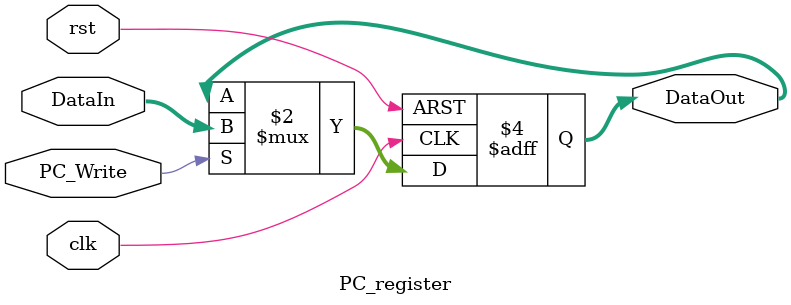
<source format=v>

module PC_register(DataIn, DataOut, PC_Write, clk, rst);
	
	input [31:0] DataIn;
	input clk, rst;
	input PC_Write;
	
  output reg [31:0] DataOut;
	

parameter initialaddr = -1;

always@(posedge clk, posedge rst) begin 

if (rst)
	DataOut <= initialaddr;      
else if (PC_Write)
	DataOut <= DataIn;		

end
	
endmodule
</source>
